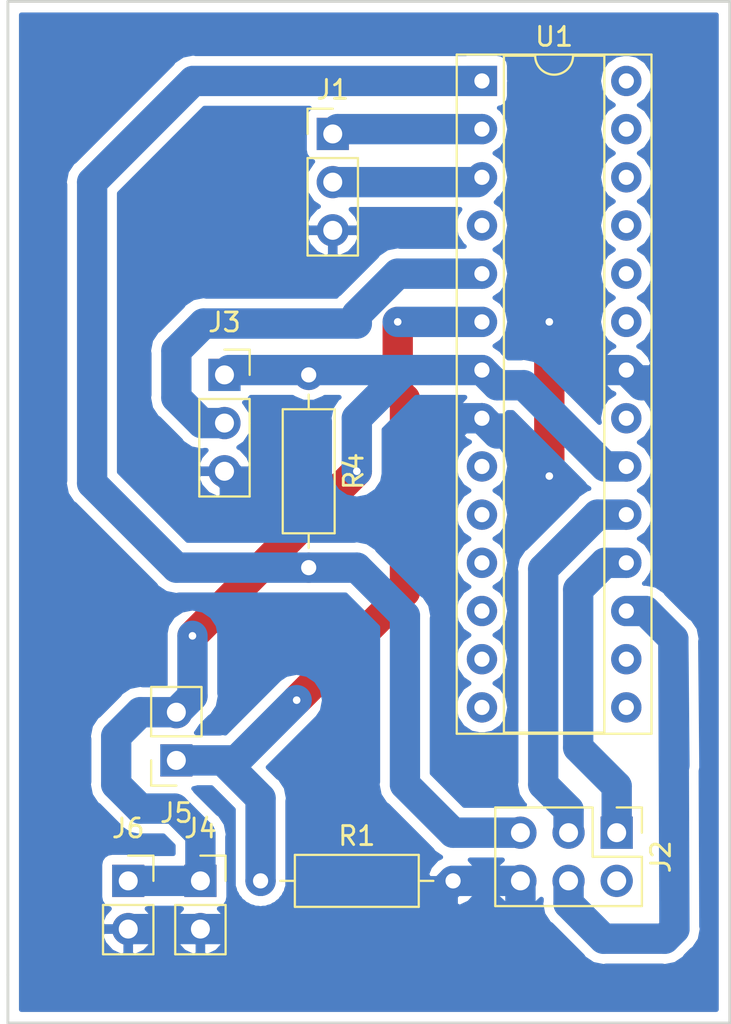
<source format=kicad_pcb>
(kicad_pcb (version 20171130) (host pcbnew 5.0.2-bee76a0~70~ubuntu16.04.1)

  (general
    (thickness 1.6)
    (drawings 10)
    (tracks 96)
    (zones 0)
    (modules 9)
    (nets 11)
  )

  (page A4)
  (layers
    (0 F.Cu signal)
    (31 B.Cu signal)
    (32 B.Adhes user)
    (33 F.Adhes user)
    (34 B.Paste user)
    (35 F.Paste user)
    (36 B.SilkS user)
    (37 F.SilkS user)
    (38 B.Mask user)
    (39 F.Mask user)
    (40 Dwgs.User user)
    (41 Cmts.User user)
    (42 Eco1.User user)
    (43 Eco2.User user)
    (44 Edge.Cuts user)
    (45 Margin user)
    (46 B.CrtYd user)
    (47 F.CrtYd user)
    (48 B.Fab user)
    (49 F.Fab user)
  )

  (setup
    (last_trace_width 1.6)
    (trace_clearance 0.2)
    (zone_clearance 0.508)
    (zone_45_only no)
    (trace_min 0.2)
    (segment_width 0.2)
    (edge_width 0.15)
    (via_size 0.8)
    (via_drill 0.4)
    (via_min_size 0.4)
    (via_min_drill 0.3)
    (uvia_size 0.3)
    (uvia_drill 0.1)
    (uvias_allowed no)
    (uvia_min_size 0.2)
    (uvia_min_drill 0.1)
    (pcb_text_width 0.3)
    (pcb_text_size 1.5 1.5)
    (mod_edge_width 0.15)
    (mod_text_size 1 1)
    (mod_text_width 0.15)
    (pad_size 1.524 1.524)
    (pad_drill 0.762)
    (pad_to_mask_clearance 0.051)
    (solder_mask_min_width 0.25)
    (aux_axis_origin 0 0)
    (visible_elements 7FFFFFFF)
    (pcbplotparams
      (layerselection 0x010fc_ffffffff)
      (usegerberextensions false)
      (usegerberattributes false)
      (usegerberadvancedattributes false)
      (creategerberjobfile false)
      (excludeedgelayer true)
      (linewidth 0.100000)
      (plotframeref false)
      (viasonmask false)
      (mode 1)
      (useauxorigin false)
      (hpglpennumber 1)
      (hpglpenspeed 20)
      (hpglpendiameter 15.000000)
      (psnegative false)
      (psa4output false)
      (plotreference true)
      (plotvalue true)
      (plotinvisibletext false)
      (padsonsilk false)
      (subtractmaskfromsilk false)
      (outputformat 1)
      (mirror false)
      (drillshape 0)
      (scaleselection 1)
      (outputdirectory "gerber/"))
  )

  (net 0 "")
  (net 1 GND)
  (net 2 MISO)
  (net 3 SCK)
  (net 4 MOSI)
  (net 5 RESET)
  (net 6 +5V)
  (net 7 LED)
  (net 8 "Net-(J5-Pad1)")
  (net 9 "Net-(J1-Pad1)")
  (net 10 "Net-(J1-Pad2)")

  (net_class Default "This is the default net class."
    (clearance 0.2)
    (trace_width 1.6)
    (via_dia 0.8)
    (via_drill 0.4)
    (uvia_dia 0.3)
    (uvia_drill 0.1)
    (add_net +5V)
    (add_net GND)
    (add_net LED)
    (add_net MISO)
    (add_net MOSI)
    (add_net "Net-(J1-Pad1)")
    (add_net "Net-(J1-Pad2)")
    (add_net "Net-(J5-Pad1)")
    (add_net RESET)
    (add_net SCK)
  )

  (module Connector_PinHeader_2.54mm:PinHeader_2x03_P2.54mm_Vertical (layer F.Cu) (tedit 5BC3281A) (tstamp 5BC33362)
    (at 44.831 56.515 270)
    (descr "Through hole straight pin header, 2x03, 2.54mm pitch, double rows")
    (tags "Through hole pin header THT 2x03 2.54mm double row")
    (path /5BB90674)
    (fp_text reference J2 (at 1.27 -2.33 270) (layer F.SilkS)
      (effects (font (size 1 1) (thickness 0.15)))
    )
    (fp_text value Conn_02x03_Odd_Even (at 1.27 7.41 270) (layer F.Fab)
      (effects (font (size 1 1) (thickness 0.15)))
    )
    (fp_line (start 0 -1.27) (end 3.81 -1.27) (layer F.Fab) (width 0.1))
    (fp_line (start 3.81 -1.27) (end 3.81 6.35) (layer F.Fab) (width 0.1))
    (fp_line (start 3.81 6.35) (end -1.27 6.35) (layer F.Fab) (width 0.1))
    (fp_line (start -1.27 6.35) (end -1.27 0) (layer F.Fab) (width 0.1))
    (fp_line (start -1.27 0) (end 0 -1.27) (layer F.Fab) (width 0.1))
    (fp_line (start -1.33 6.41) (end 3.87 6.41) (layer F.SilkS) (width 0.12))
    (fp_line (start -1.33 1.27) (end -1.33 6.41) (layer F.SilkS) (width 0.12))
    (fp_line (start 3.87 -1.33) (end 3.87 6.41) (layer F.SilkS) (width 0.12))
    (fp_line (start -1.33 1.27) (end 1.27 1.27) (layer F.SilkS) (width 0.12))
    (fp_line (start 1.27 1.27) (end 1.27 -1.33) (layer F.SilkS) (width 0.12))
    (fp_line (start 1.27 -1.33) (end 3.87 -1.33) (layer F.SilkS) (width 0.12))
    (fp_line (start -1.33 0) (end -1.33 -1.33) (layer F.SilkS) (width 0.12))
    (fp_line (start -1.33 -1.33) (end 0 -1.33) (layer F.SilkS) (width 0.12))
    (fp_line (start -1.8 -1.8) (end -1.8 6.85) (layer F.CrtYd) (width 0.05))
    (fp_line (start -1.8 6.85) (end 4.35 6.85) (layer F.CrtYd) (width 0.05))
    (fp_line (start 4.35 6.85) (end 4.35 -1.8) (layer F.CrtYd) (width 0.05))
    (fp_line (start 4.35 -1.8) (end -1.8 -1.8) (layer F.CrtYd) (width 0.05))
    (fp_text user %R (at 1.27 2.54) (layer F.Fab)
      (effects (font (size 1 1) (thickness 0.15)))
    )
    (pad 1 thru_hole rect (at 0 0 270) (size 1.7 1.7) (drill 1) (layers *.Cu *.Mask)
      (net 2 MISO))
    (pad 2 thru_hole oval (at 2.54 0 270) (size 1.7 1.7) (drill 1) (layers *.Cu *.Mask))
    (pad 3 thru_hole oval (at 0 2.54 270) (size 1.7 1.7) (drill 1) (layers *.Cu *.Mask)
      (net 3 SCK))
    (pad 4 thru_hole oval (at 2.54 2.54 270) (size 1.7 1.7) (drill 1) (layers *.Cu *.Mask)
      (net 4 MOSI))
    (pad 5 thru_hole oval (at 0 5.08 270) (size 1.7 1.7) (drill 1) (layers *.Cu *.Mask)
      (net 5 RESET))
    (pad 6 thru_hole oval (at 2.54 5.08 270) (size 1.7 1.7) (drill 1) (layers *.Cu *.Mask)
      (net 1 GND))
    (model ${KISYS3DMOD}/Connector_PinHeader_2.54mm.3dshapes/PinHeader_2x03_P2.54mm_Vertical.wrl
      (at (xyz 0 0 0))
      (scale (xyz 1 1 1))
      (rotate (xyz 0 0 0))
    )
  )

  (module Resistor_THT:R_Axial_DIN0207_L6.3mm_D2.5mm_P10.16mm_Horizontal (layer F.Cu) (tedit 5AE5139B) (tstamp 5BC34412)
    (at 26.035 59.055)
    (descr "Resistor, Axial_DIN0207 series, Axial, Horizontal, pin pitch=10.16mm, 0.25W = 1/4W, length*diameter=6.3*2.5mm^2, http://cdn-reichelt.de/documents/datenblatt/B400/1_4W%23YAG.pdf")
    (tags "Resistor Axial_DIN0207 series Axial Horizontal pin pitch 10.16mm 0.25W = 1/4W length 6.3mm diameter 2.5mm")
    (path /5C0AB08E)
    (fp_text reference R1 (at 5.08 -2.37) (layer F.SilkS)
      (effects (font (size 1 1) (thickness 0.15)))
    )
    (fp_text value 100k (at 5.08 2.37) (layer F.Fab)
      (effects (font (size 1 1) (thickness 0.15)))
    )
    (fp_line (start 1.93 -1.25) (end 1.93 1.25) (layer F.Fab) (width 0.1))
    (fp_line (start 1.93 1.25) (end 8.23 1.25) (layer F.Fab) (width 0.1))
    (fp_line (start 8.23 1.25) (end 8.23 -1.25) (layer F.Fab) (width 0.1))
    (fp_line (start 8.23 -1.25) (end 1.93 -1.25) (layer F.Fab) (width 0.1))
    (fp_line (start 0 0) (end 1.93 0) (layer F.Fab) (width 0.1))
    (fp_line (start 10.16 0) (end 8.23 0) (layer F.Fab) (width 0.1))
    (fp_line (start 1.81 -1.37) (end 1.81 1.37) (layer F.SilkS) (width 0.12))
    (fp_line (start 1.81 1.37) (end 8.35 1.37) (layer F.SilkS) (width 0.12))
    (fp_line (start 8.35 1.37) (end 8.35 -1.37) (layer F.SilkS) (width 0.12))
    (fp_line (start 8.35 -1.37) (end 1.81 -1.37) (layer F.SilkS) (width 0.12))
    (fp_line (start 1.04 0) (end 1.81 0) (layer F.SilkS) (width 0.12))
    (fp_line (start 9.12 0) (end 8.35 0) (layer F.SilkS) (width 0.12))
    (fp_line (start -1.05 -1.5) (end -1.05 1.5) (layer F.CrtYd) (width 0.05))
    (fp_line (start -1.05 1.5) (end 11.21 1.5) (layer F.CrtYd) (width 0.05))
    (fp_line (start 11.21 1.5) (end 11.21 -1.5) (layer F.CrtYd) (width 0.05))
    (fp_line (start 11.21 -1.5) (end -1.05 -1.5) (layer F.CrtYd) (width 0.05))
    (fp_text user %R (at 5.08 0 180) (layer F.Fab)
      (effects (font (size 1 1) (thickness 0.15)))
    )
    (pad 1 thru_hole circle (at 0 0) (size 1.6 1.6) (drill 0.8) (layers *.Cu *.Mask)
      (net 8 "Net-(J5-Pad1)"))
    (pad 2 thru_hole oval (at 10.16 0) (size 1.6 1.6) (drill 0.8) (layers *.Cu *.Mask)
      (net 1 GND))
    (model ${KISYS3DMOD}/Resistor_THT.3dshapes/R_Axial_DIN0207_L6.3mm_D2.5mm_P10.16mm_Horizontal.wrl
      (at (xyz 0 0 0))
      (scale (xyz 1 1 1))
      (rotate (xyz 0 0 0))
    )
  )

  (module Resistor_THT:R_Axial_DIN0207_L6.3mm_D2.5mm_P10.16mm_Horizontal (layer F.Cu) (tedit 5AE5139B) (tstamp 5C176BA3)
    (at 28.575 32.385 270)
    (descr "Resistor, Axial_DIN0207 series, Axial, Horizontal, pin pitch=10.16mm, 0.25W = 1/4W, length*diameter=6.3*2.5mm^2, http://cdn-reichelt.de/documents/datenblatt/B400/1_4W%23YAG.pdf")
    (tags "Resistor Axial_DIN0207 series Axial Horizontal pin pitch 10.16mm 0.25W = 1/4W length 6.3mm diameter 2.5mm")
    (path /5BB8F969)
    (fp_text reference R4 (at 5.08 -2.37 270) (layer F.SilkS)
      (effects (font (size 1 1) (thickness 0.15)))
    )
    (fp_text value 10k (at 5.08 2.37 270) (layer F.Fab)
      (effects (font (size 1 1) (thickness 0.15)))
    )
    (fp_text user %R (at 5.08 0 270) (layer F.Fab)
      (effects (font (size 1 1) (thickness 0.15)))
    )
    (fp_line (start 11.21 -1.5) (end -1.05 -1.5) (layer F.CrtYd) (width 0.05))
    (fp_line (start 11.21 1.5) (end 11.21 -1.5) (layer F.CrtYd) (width 0.05))
    (fp_line (start -1.05 1.5) (end 11.21 1.5) (layer F.CrtYd) (width 0.05))
    (fp_line (start -1.05 -1.5) (end -1.05 1.5) (layer F.CrtYd) (width 0.05))
    (fp_line (start 9.12 0) (end 8.35 0) (layer F.SilkS) (width 0.12))
    (fp_line (start 1.04 0) (end 1.81 0) (layer F.SilkS) (width 0.12))
    (fp_line (start 8.35 -1.37) (end 1.81 -1.37) (layer F.SilkS) (width 0.12))
    (fp_line (start 8.35 1.37) (end 8.35 -1.37) (layer F.SilkS) (width 0.12))
    (fp_line (start 1.81 1.37) (end 8.35 1.37) (layer F.SilkS) (width 0.12))
    (fp_line (start 1.81 -1.37) (end 1.81 1.37) (layer F.SilkS) (width 0.12))
    (fp_line (start 10.16 0) (end 8.23 0) (layer F.Fab) (width 0.1))
    (fp_line (start 0 0) (end 1.93 0) (layer F.Fab) (width 0.1))
    (fp_line (start 8.23 -1.25) (end 1.93 -1.25) (layer F.Fab) (width 0.1))
    (fp_line (start 8.23 1.25) (end 8.23 -1.25) (layer F.Fab) (width 0.1))
    (fp_line (start 1.93 1.25) (end 8.23 1.25) (layer F.Fab) (width 0.1))
    (fp_line (start 1.93 -1.25) (end 1.93 1.25) (layer F.Fab) (width 0.1))
    (pad 2 thru_hole oval (at 10.16 0 270) (size 1.6 1.6) (drill 0.8) (layers *.Cu *.Mask)
      (net 5 RESET))
    (pad 1 thru_hole circle (at 0 0 270) (size 1.6 1.6) (drill 0.8) (layers *.Cu *.Mask)
      (net 6 +5V))
    (model ${KISYS3DMOD}/Resistor_THT.3dshapes/R_Axial_DIN0207_L6.3mm_D2.5mm_P10.16mm_Horizontal.wrl
      (at (xyz 0 0 0))
      (scale (xyz 1 1 1))
      (rotate (xyz 0 0 0))
    )
  )

  (module Package_DIP:DIP-28_W7.62mm_Socket (layer F.Cu) (tedit 5A02E8C5) (tstamp 5BC33408)
    (at 37.719 16.891)
    (descr "28-lead though-hole mounted DIP package, row spacing 7.62 mm (300 mils), Socket")
    (tags "THT DIP DIL PDIP 2.54mm 7.62mm 300mil Socket")
    (path /5BB8CBE4)
    (fp_text reference U1 (at 3.81 -2.33) (layer F.SilkS)
      (effects (font (size 1 1) (thickness 0.15)))
    )
    (fp_text value ATMEGA8-16PU (at 3.81 35.35) (layer F.Fab)
      (effects (font (size 1 1) (thickness 0.15)))
    )
    (fp_arc (start 3.81 -1.33) (end 2.81 -1.33) (angle -180) (layer F.SilkS) (width 0.12))
    (fp_line (start 1.635 -1.27) (end 6.985 -1.27) (layer F.Fab) (width 0.1))
    (fp_line (start 6.985 -1.27) (end 6.985 34.29) (layer F.Fab) (width 0.1))
    (fp_line (start 6.985 34.29) (end 0.635 34.29) (layer F.Fab) (width 0.1))
    (fp_line (start 0.635 34.29) (end 0.635 -0.27) (layer F.Fab) (width 0.1))
    (fp_line (start 0.635 -0.27) (end 1.635 -1.27) (layer F.Fab) (width 0.1))
    (fp_line (start -1.27 -1.33) (end -1.27 34.35) (layer F.Fab) (width 0.1))
    (fp_line (start -1.27 34.35) (end 8.89 34.35) (layer F.Fab) (width 0.1))
    (fp_line (start 8.89 34.35) (end 8.89 -1.33) (layer F.Fab) (width 0.1))
    (fp_line (start 8.89 -1.33) (end -1.27 -1.33) (layer F.Fab) (width 0.1))
    (fp_line (start 2.81 -1.33) (end 1.16 -1.33) (layer F.SilkS) (width 0.12))
    (fp_line (start 1.16 -1.33) (end 1.16 34.35) (layer F.SilkS) (width 0.12))
    (fp_line (start 1.16 34.35) (end 6.46 34.35) (layer F.SilkS) (width 0.12))
    (fp_line (start 6.46 34.35) (end 6.46 -1.33) (layer F.SilkS) (width 0.12))
    (fp_line (start 6.46 -1.33) (end 4.81 -1.33) (layer F.SilkS) (width 0.12))
    (fp_line (start -1.33 -1.39) (end -1.33 34.41) (layer F.SilkS) (width 0.12))
    (fp_line (start -1.33 34.41) (end 8.95 34.41) (layer F.SilkS) (width 0.12))
    (fp_line (start 8.95 34.41) (end 8.95 -1.39) (layer F.SilkS) (width 0.12))
    (fp_line (start 8.95 -1.39) (end -1.33 -1.39) (layer F.SilkS) (width 0.12))
    (fp_line (start -1.55 -1.6) (end -1.55 34.65) (layer F.CrtYd) (width 0.05))
    (fp_line (start -1.55 34.65) (end 9.15 34.65) (layer F.CrtYd) (width 0.05))
    (fp_line (start 9.15 34.65) (end 9.15 -1.6) (layer F.CrtYd) (width 0.05))
    (fp_line (start 9.15 -1.6) (end -1.55 -1.6) (layer F.CrtYd) (width 0.05))
    (fp_text user %R (at 3.81 16.51) (layer F.Fab)
      (effects (font (size 1 1) (thickness 0.15)))
    )
    (pad 1 thru_hole rect (at 0 0) (size 1.6 1.6) (drill 0.8) (layers *.Cu *.Mask)
      (net 5 RESET))
    (pad 15 thru_hole oval (at 7.62 33.02) (size 1.6 1.6) (drill 0.8) (layers *.Cu *.Mask))
    (pad 2 thru_hole oval (at 0 2.54) (size 1.6 1.6) (drill 0.8) (layers *.Cu *.Mask)
      (net 9 "Net-(J1-Pad1)"))
    (pad 16 thru_hole oval (at 7.62 30.48) (size 1.6 1.6) (drill 0.8) (layers *.Cu *.Mask))
    (pad 3 thru_hole oval (at 0 5.08) (size 1.6 1.6) (drill 0.8) (layers *.Cu *.Mask)
      (net 10 "Net-(J1-Pad2)"))
    (pad 17 thru_hole oval (at 7.62 27.94) (size 1.6 1.6) (drill 0.8) (layers *.Cu *.Mask)
      (net 4 MOSI))
    (pad 4 thru_hole oval (at 0 7.62) (size 1.6 1.6) (drill 0.8) (layers *.Cu *.Mask))
    (pad 18 thru_hole oval (at 7.62 25.4) (size 1.6 1.6) (drill 0.8) (layers *.Cu *.Mask)
      (net 2 MISO))
    (pad 5 thru_hole oval (at 0 10.16) (size 1.6 1.6) (drill 0.8) (layers *.Cu *.Mask)
      (net 7 LED))
    (pad 19 thru_hole oval (at 7.62 22.86) (size 1.6 1.6) (drill 0.8) (layers *.Cu *.Mask)
      (net 3 SCK))
    (pad 6 thru_hole oval (at 0 12.7) (size 1.6 1.6) (drill 0.8) (layers *.Cu *.Mask)
      (net 8 "Net-(J5-Pad1)"))
    (pad 20 thru_hole oval (at 7.62 20.32) (size 1.6 1.6) (drill 0.8) (layers *.Cu *.Mask)
      (net 6 +5V))
    (pad 7 thru_hole oval (at 0 15.24) (size 1.6 1.6) (drill 0.8) (layers *.Cu *.Mask)
      (net 6 +5V))
    (pad 21 thru_hole oval (at 7.62 17.78) (size 1.6 1.6) (drill 0.8) (layers *.Cu *.Mask))
    (pad 8 thru_hole oval (at 0 17.78) (size 1.6 1.6) (drill 0.8) (layers *.Cu *.Mask)
      (net 1 GND))
    (pad 22 thru_hole oval (at 7.62 15.24) (size 1.6 1.6) (drill 0.8) (layers *.Cu *.Mask)
      (net 1 GND))
    (pad 9 thru_hole oval (at 0 20.32) (size 1.6 1.6) (drill 0.8) (layers *.Cu *.Mask))
    (pad 23 thru_hole oval (at 7.62 12.7) (size 1.6 1.6) (drill 0.8) (layers *.Cu *.Mask))
    (pad 10 thru_hole oval (at 0 22.86) (size 1.6 1.6) (drill 0.8) (layers *.Cu *.Mask))
    (pad 24 thru_hole oval (at 7.62 10.16) (size 1.6 1.6) (drill 0.8) (layers *.Cu *.Mask))
    (pad 11 thru_hole oval (at 0 25.4) (size 1.6 1.6) (drill 0.8) (layers *.Cu *.Mask))
    (pad 25 thru_hole oval (at 7.62 7.62) (size 1.6 1.6) (drill 0.8) (layers *.Cu *.Mask))
    (pad 12 thru_hole oval (at 0 27.94) (size 1.6 1.6) (drill 0.8) (layers *.Cu *.Mask))
    (pad 26 thru_hole oval (at 7.62 5.08) (size 1.6 1.6) (drill 0.8) (layers *.Cu *.Mask))
    (pad 13 thru_hole oval (at 0 30.48) (size 1.6 1.6) (drill 0.8) (layers *.Cu *.Mask))
    (pad 27 thru_hole oval (at 7.62 2.54) (size 1.6 1.6) (drill 0.8) (layers *.Cu *.Mask))
    (pad 14 thru_hole oval (at 0 33.02) (size 1.6 1.6) (drill 0.8) (layers *.Cu *.Mask))
    (pad 28 thru_hole oval (at 7.62 0) (size 1.6 1.6) (drill 0.8) (layers *.Cu *.Mask))
    (model ${KISYS3DMOD}/Package_DIP.3dshapes/DIP-28_W7.62mm_Socket.wrl
      (at (xyz 0 0 0))
      (scale (xyz 1 1 1))
      (rotate (xyz 0 0 0))
    )
  )

  (module Connector_PinSocket_2.54mm:PinSocket_1x03_P2.54mm_Vertical (layer F.Cu) (tedit 5A19A429) (tstamp 5C176061)
    (at 24.13 32.385)
    (descr "Through hole straight socket strip, 1x03, 2.54mm pitch, single row (from Kicad 4.0.7), script generated")
    (tags "Through hole socket strip THT 1x03 2.54mm single row")
    (path /5C084B83)
    (fp_text reference J3 (at 0 -2.77) (layer F.SilkS)
      (effects (font (size 1 1) (thickness 0.15)))
    )
    (fp_text value Conn_01x03 (at 0 7.85) (layer F.Fab)
      (effects (font (size 1 1) (thickness 0.15)))
    )
    (fp_line (start -1.27 -1.27) (end 0.635 -1.27) (layer F.Fab) (width 0.1))
    (fp_line (start 0.635 -1.27) (end 1.27 -0.635) (layer F.Fab) (width 0.1))
    (fp_line (start 1.27 -0.635) (end 1.27 6.35) (layer F.Fab) (width 0.1))
    (fp_line (start 1.27 6.35) (end -1.27 6.35) (layer F.Fab) (width 0.1))
    (fp_line (start -1.27 6.35) (end -1.27 -1.27) (layer F.Fab) (width 0.1))
    (fp_line (start -1.33 1.27) (end 1.33 1.27) (layer F.SilkS) (width 0.12))
    (fp_line (start -1.33 1.27) (end -1.33 6.41) (layer F.SilkS) (width 0.12))
    (fp_line (start -1.33 6.41) (end 1.33 6.41) (layer F.SilkS) (width 0.12))
    (fp_line (start 1.33 1.27) (end 1.33 6.41) (layer F.SilkS) (width 0.12))
    (fp_line (start 1.33 -1.33) (end 1.33 0) (layer F.SilkS) (width 0.12))
    (fp_line (start 0 -1.33) (end 1.33 -1.33) (layer F.SilkS) (width 0.12))
    (fp_line (start -1.8 -1.8) (end 1.75 -1.8) (layer F.CrtYd) (width 0.05))
    (fp_line (start 1.75 -1.8) (end 1.75 6.85) (layer F.CrtYd) (width 0.05))
    (fp_line (start 1.75 6.85) (end -1.8 6.85) (layer F.CrtYd) (width 0.05))
    (fp_line (start -1.8 6.85) (end -1.8 -1.8) (layer F.CrtYd) (width 0.05))
    (fp_text user %R (at 0 2.54 90) (layer F.Fab)
      (effects (font (size 1 1) (thickness 0.15)))
    )
    (pad 1 thru_hole rect (at 0 0) (size 1.7 1.7) (drill 1) (layers *.Cu *.Mask)
      (net 6 +5V))
    (pad 2 thru_hole oval (at 0 2.54) (size 1.7 1.7) (drill 1) (layers *.Cu *.Mask)
      (net 7 LED))
    (pad 3 thru_hole oval (at 0 5.08) (size 1.7 1.7) (drill 1) (layers *.Cu *.Mask)
      (net 1 GND))
    (model ${KISYS3DMOD}/Connector_PinSocket_2.54mm.3dshapes/PinSocket_1x03_P2.54mm_Vertical.wrl
      (at (xyz 0 0 0))
      (scale (xyz 1 1 1))
      (rotate (xyz 0 0 0))
    )
  )

  (module Connector_PinSocket_2.54mm:PinSocket_1x02_P2.54mm_Vertical (layer F.Cu) (tedit 5A19A420) (tstamp 5C1763EA)
    (at 22.86 59.055)
    (descr "Through hole straight socket strip, 1x02, 2.54mm pitch, single row (from Kicad 4.0.7), script generated")
    (tags "Through hole socket strip THT 1x02 2.54mm single row")
    (path /5C084590)
    (fp_text reference J4 (at 0 -2.77) (layer F.SilkS)
      (effects (font (size 1 1) (thickness 0.15)))
    )
    (fp_text value Conn_01x02_Male (at 0 5.31) (layer F.Fab)
      (effects (font (size 1 1) (thickness 0.15)))
    )
    (fp_line (start -1.27 -1.27) (end 0.635 -1.27) (layer F.Fab) (width 0.1))
    (fp_line (start 0.635 -1.27) (end 1.27 -0.635) (layer F.Fab) (width 0.1))
    (fp_line (start 1.27 -0.635) (end 1.27 3.81) (layer F.Fab) (width 0.1))
    (fp_line (start 1.27 3.81) (end -1.27 3.81) (layer F.Fab) (width 0.1))
    (fp_line (start -1.27 3.81) (end -1.27 -1.27) (layer F.Fab) (width 0.1))
    (fp_line (start -1.33 1.27) (end 1.33 1.27) (layer F.SilkS) (width 0.12))
    (fp_line (start -1.33 1.27) (end -1.33 3.87) (layer F.SilkS) (width 0.12))
    (fp_line (start -1.33 3.87) (end 1.33 3.87) (layer F.SilkS) (width 0.12))
    (fp_line (start 1.33 1.27) (end 1.33 3.87) (layer F.SilkS) (width 0.12))
    (fp_line (start 1.33 -1.33) (end 1.33 0) (layer F.SilkS) (width 0.12))
    (fp_line (start 0 -1.33) (end 1.33 -1.33) (layer F.SilkS) (width 0.12))
    (fp_line (start -1.8 -1.8) (end 1.75 -1.8) (layer F.CrtYd) (width 0.05))
    (fp_line (start 1.75 -1.8) (end 1.75 4.3) (layer F.CrtYd) (width 0.05))
    (fp_line (start 1.75 4.3) (end -1.8 4.3) (layer F.CrtYd) (width 0.05))
    (fp_line (start -1.8 4.3) (end -1.8 -1.8) (layer F.CrtYd) (width 0.05))
    (fp_text user %R (at 0 1.27 90) (layer F.Fab)
      (effects (font (size 1 1) (thickness 0.15)))
    )
    (pad 1 thru_hole rect (at 0 0) (size 1.7 1.7) (drill 1) (layers *.Cu *.Mask)
      (net 6 +5V))
    (pad 2 thru_hole oval (at 0 2.54) (size 1.7 1.7) (drill 1) (layers *.Cu *.Mask)
      (net 1 GND))
    (model ${KISYS3DMOD}/Connector_PinSocket_2.54mm.3dshapes/PinSocket_1x02_P2.54mm_Vertical.wrl
      (at (xyz 0 0 0))
      (scale (xyz 1 1 1))
      (rotate (xyz 0 0 0))
    )
  )

  (module Connector_PinSocket_2.54mm:PinSocket_1x02_P2.54mm_Vertical (layer F.Cu) (tedit 5A19A420) (tstamp 5C17608D)
    (at 21.59 52.705 180)
    (descr "Through hole straight socket strip, 1x02, 2.54mm pitch, single row (from Kicad 4.0.7), script generated")
    (tags "Through hole socket strip THT 1x02 2.54mm single row")
    (path /5C0AAC9D)
    (fp_text reference J5 (at 0 -2.77 180) (layer F.SilkS)
      (effects (font (size 1 1) (thickness 0.15)))
    )
    (fp_text value Conn_01x02_Male (at 0 5.31 180) (layer F.Fab)
      (effects (font (size 1 1) (thickness 0.15)))
    )
    (fp_text user %R (at 0 1.27 270) (layer F.Fab)
      (effects (font (size 1 1) (thickness 0.15)))
    )
    (fp_line (start -1.8 4.3) (end -1.8 -1.8) (layer F.CrtYd) (width 0.05))
    (fp_line (start 1.75 4.3) (end -1.8 4.3) (layer F.CrtYd) (width 0.05))
    (fp_line (start 1.75 -1.8) (end 1.75 4.3) (layer F.CrtYd) (width 0.05))
    (fp_line (start -1.8 -1.8) (end 1.75 -1.8) (layer F.CrtYd) (width 0.05))
    (fp_line (start 0 -1.33) (end 1.33 -1.33) (layer F.SilkS) (width 0.12))
    (fp_line (start 1.33 -1.33) (end 1.33 0) (layer F.SilkS) (width 0.12))
    (fp_line (start 1.33 1.27) (end 1.33 3.87) (layer F.SilkS) (width 0.12))
    (fp_line (start -1.33 3.87) (end 1.33 3.87) (layer F.SilkS) (width 0.12))
    (fp_line (start -1.33 1.27) (end -1.33 3.87) (layer F.SilkS) (width 0.12))
    (fp_line (start -1.33 1.27) (end 1.33 1.27) (layer F.SilkS) (width 0.12))
    (fp_line (start -1.27 3.81) (end -1.27 -1.27) (layer F.Fab) (width 0.1))
    (fp_line (start 1.27 3.81) (end -1.27 3.81) (layer F.Fab) (width 0.1))
    (fp_line (start 1.27 -0.635) (end 1.27 3.81) (layer F.Fab) (width 0.1))
    (fp_line (start 0.635 -1.27) (end 1.27 -0.635) (layer F.Fab) (width 0.1))
    (fp_line (start -1.27 -1.27) (end 0.635 -1.27) (layer F.Fab) (width 0.1))
    (pad 2 thru_hole oval (at 0 2.54 180) (size 1.7 1.7) (drill 1) (layers *.Cu *.Mask)
      (net 6 +5V))
    (pad 1 thru_hole rect (at 0 0 180) (size 1.7 1.7) (drill 1) (layers *.Cu *.Mask)
      (net 8 "Net-(J5-Pad1)"))
    (model ${KISYS3DMOD}/Connector_PinSocket_2.54mm.3dshapes/PinSocket_1x02_P2.54mm_Vertical.wrl
      (at (xyz 0 0 0))
      (scale (xyz 1 1 1))
      (rotate (xyz 0 0 0))
    )
  )

  (module Connector_PinSocket_2.54mm:PinSocket_1x02_P2.54mm_Vertical (layer F.Cu) (tedit 5A19A420) (tstamp 5C233F8C)
    (at 19.049888 59.055)
    (descr "Through hole straight socket strip, 1x02, 2.54mm pitch, single row (from Kicad 4.0.7), script generated")
    (tags "Through hole socket strip THT 1x02 2.54mm single row")
    (path /5C0AD11F)
    (fp_text reference J6 (at 0 -2.77) (layer F.SilkS)
      (effects (font (size 1 1) (thickness 0.15)))
    )
    (fp_text value Conn_01x02_Male (at 0 5.31) (layer F.Fab)
      (effects (font (size 1 1) (thickness 0.15)))
    )
    (fp_line (start -1.27 -1.27) (end 0.635 -1.27) (layer F.Fab) (width 0.1))
    (fp_line (start 0.635 -1.27) (end 1.27 -0.635) (layer F.Fab) (width 0.1))
    (fp_line (start 1.27 -0.635) (end 1.27 3.81) (layer F.Fab) (width 0.1))
    (fp_line (start 1.27 3.81) (end -1.27 3.81) (layer F.Fab) (width 0.1))
    (fp_line (start -1.27 3.81) (end -1.27 -1.27) (layer F.Fab) (width 0.1))
    (fp_line (start -1.33 1.27) (end 1.33 1.27) (layer F.SilkS) (width 0.12))
    (fp_line (start -1.33 1.27) (end -1.33 3.87) (layer F.SilkS) (width 0.12))
    (fp_line (start -1.33 3.87) (end 1.33 3.87) (layer F.SilkS) (width 0.12))
    (fp_line (start 1.33 1.27) (end 1.33 3.87) (layer F.SilkS) (width 0.12))
    (fp_line (start 1.33 -1.33) (end 1.33 0) (layer F.SilkS) (width 0.12))
    (fp_line (start 0 -1.33) (end 1.33 -1.33) (layer F.SilkS) (width 0.12))
    (fp_line (start -1.8 -1.8) (end 1.75 -1.8) (layer F.CrtYd) (width 0.05))
    (fp_line (start 1.75 -1.8) (end 1.75 4.3) (layer F.CrtYd) (width 0.05))
    (fp_line (start 1.75 4.3) (end -1.8 4.3) (layer F.CrtYd) (width 0.05))
    (fp_line (start -1.8 4.3) (end -1.8 -1.8) (layer F.CrtYd) (width 0.05))
    (fp_text user %R (at 0 1.27 90) (layer F.Fab)
      (effects (font (size 1 1) (thickness 0.15)))
    )
    (pad 1 thru_hole rect (at 0 0) (size 1.7 1.7) (drill 1) (layers *.Cu *.Mask)
      (net 6 +5V))
    (pad 2 thru_hole oval (at 0 2.54) (size 1.7 1.7) (drill 1) (layers *.Cu *.Mask)
      (net 1 GND))
    (model ${KISYS3DMOD}/Connector_PinSocket_2.54mm.3dshapes/PinSocket_1x02_P2.54mm_Vertical.wrl
      (at (xyz 0 0 0))
      (scale (xyz 1 1 1))
      (rotate (xyz 0 0 0))
    )
  )

  (module Connector_PinHeader_2.54mm:PinHeader_1x03_P2.54mm_Vertical (layer F.Cu) (tedit 59FED5CC) (tstamp 5C17B303)
    (at 29.845 19.685)
    (descr "Through hole straight pin header, 1x03, 2.54mm pitch, single row")
    (tags "Through hole pin header THT 1x03 2.54mm single row")
    (path /5C0B1DA3)
    (fp_text reference J1 (at 0 -2.33) (layer F.SilkS)
      (effects (font (size 1 1) (thickness 0.15)))
    )
    (fp_text value Conn_01x03_Female (at 0 7.41) (layer F.Fab)
      (effects (font (size 1 1) (thickness 0.15)))
    )
    (fp_line (start -0.635 -1.27) (end 1.27 -1.27) (layer F.Fab) (width 0.1))
    (fp_line (start 1.27 -1.27) (end 1.27 6.35) (layer F.Fab) (width 0.1))
    (fp_line (start 1.27 6.35) (end -1.27 6.35) (layer F.Fab) (width 0.1))
    (fp_line (start -1.27 6.35) (end -1.27 -0.635) (layer F.Fab) (width 0.1))
    (fp_line (start -1.27 -0.635) (end -0.635 -1.27) (layer F.Fab) (width 0.1))
    (fp_line (start -1.33 6.41) (end 1.33 6.41) (layer F.SilkS) (width 0.12))
    (fp_line (start -1.33 1.27) (end -1.33 6.41) (layer F.SilkS) (width 0.12))
    (fp_line (start 1.33 1.27) (end 1.33 6.41) (layer F.SilkS) (width 0.12))
    (fp_line (start -1.33 1.27) (end 1.33 1.27) (layer F.SilkS) (width 0.12))
    (fp_line (start -1.33 0) (end -1.33 -1.33) (layer F.SilkS) (width 0.12))
    (fp_line (start -1.33 -1.33) (end 0 -1.33) (layer F.SilkS) (width 0.12))
    (fp_line (start -1.8 -1.8) (end -1.8 6.85) (layer F.CrtYd) (width 0.05))
    (fp_line (start -1.8 6.85) (end 1.8 6.85) (layer F.CrtYd) (width 0.05))
    (fp_line (start 1.8 6.85) (end 1.8 -1.8) (layer F.CrtYd) (width 0.05))
    (fp_line (start 1.8 -1.8) (end -1.8 -1.8) (layer F.CrtYd) (width 0.05))
    (fp_text user %R (at 0 2.54 90) (layer F.Fab)
      (effects (font (size 1 1) (thickness 0.15)))
    )
    (pad 1 thru_hole rect (at 0 0) (size 1.7 1.7) (drill 1) (layers *.Cu *.Mask)
      (net 9 "Net-(J1-Pad1)"))
    (pad 2 thru_hole oval (at 0 2.54) (size 1.7 1.7) (drill 1) (layers *.Cu *.Mask)
      (net 10 "Net-(J1-Pad2)"))
    (pad 3 thru_hole oval (at 0 5.08) (size 1.7 1.7) (drill 1) (layers *.Cu *.Mask)
      (net 1 GND))
    (model ${KISYS3DMOD}/Connector_PinHeader_2.54mm.3dshapes/PinHeader_1x03_P2.54mm_Vertical.wrl
      (at (xyz 0 0 0))
      (scale (xyz 1 1 1))
      (rotate (xyz 0 0 0))
    )
  )

  (gr_text "5V\nGND" (at 17.78 60.325) (layer Eco2.User) (tstamp 5C17B588)
    (effects (font (size 1.5 1.5) (thickness 0.25)) (justify right))
  )
  (gr_text Button (at 18.415 52.07 90) (layer Eco2.User) (tstamp 5C17B581)
    (effects (font (size 1 1) (thickness 0.25)))
  )
  (gr_text "5V\nWS2812\nGND" (at 21.59 34.925) (layer Eco2.User) (tstamp 5C17B570)
    (effects (font (size 1 1) (thickness 0.25)) (justify right))
  )
  (gr_text JTAG (at 42.291 62.103) (layer Eco2.User)
    (effects (font (size 1.5 1.5) (thickness 0.3)))
  )
  (gr_text "GND TX RX" (at 26.67 22.86 90) (layer Eco2.User)
    (effects (font (size 1 1) (thickness 0.25)))
  )
  (gr_line (start 50.8 12.7) (end 12.7 12.7) (layer Edge.Cuts) (width 0.15))
  (gr_line (start 50.8 66.548) (end 50.8 12.7) (layer Edge.Cuts) (width 0.15))
  (gr_line (start 12.7 66.548) (end 50.8 66.548) (layer Edge.Cuts) (width 0.15))
  (gr_line (start 12.7 66.548) (end 12.7 64.008) (layer Edge.Cuts) (width 0.15))
  (gr_line (start 12.7 12.7) (end 12.7 64.008) (layer Edge.Cuts) (width 0.15))

  (segment (start 36.195 59.055) (end 39.751 59.055) (width 1.6) (layer B.Cu) (net 1) (status 20))
  (via (at 41.275 37.719) (size 0.8) (drill 0.4) (layers F.Cu B.Cu) (net 1))
  (segment (start 39.026999 35.470999) (end 41.275 37.719) (width 1.6) (layer B.Cu) (net 1))
  (segment (start 37.719 34.671) (end 38.518999 35.470999) (width 1.6) (layer B.Cu) (net 1) (status 30))
  (segment (start 38.518999 35.470999) (end 39.026999 35.470999) (width 1.6) (layer B.Cu) (net 1) (status 10))
  (segment (start 41.275 37.719) (end 41.275 29.591) (width 1.6) (layer F.Cu) (net 1))
  (via (at 41.275 29.591) (size 0.8) (drill 0.4) (layers F.Cu B.Cu) (net 1))
  (segment (start 43.815 32.131) (end 45.339 32.131) (width 1.6) (layer B.Cu) (net 1) (status 20))
  (segment (start 41.275 29.591) (end 43.815 32.131) (width 1.6) (layer B.Cu) (net 1))
  (segment (start 33.655 61.595) (end 36.195 59.055) (width 1.6) (layer B.Cu) (net 1))
  (segment (start 22.86 61.595) (end 33.655 61.595) (width 1.6) (layer B.Cu) (net 1))
  (segment (start 24.13 37.465) (end 26.67 40.005) (width 1.6) (layer B.Cu) (net 1))
  (segment (start 26.67 40.005) (end 31.75 40.005) (width 1.6) (layer B.Cu) (net 1))
  (segment (start 31.75 40.005) (end 34.925 36.83) (width 1.6) (layer B.Cu) (net 1))
  (segment (start 36.58763 34.671) (end 37.719 34.671) (width 1.6) (layer B.Cu) (net 1))
  (segment (start 34.925 36.33363) (end 36.58763 34.671) (width 1.6) (layer B.Cu) (net 1))
  (segment (start 34.925 36.83) (end 34.925 36.33363) (width 1.6) (layer B.Cu) (net 1))
  (segment (start 46.138999 32.930999) (end 46.900999 32.930999) (width 1.6) (layer B.Cu) (net 1))
  (segment (start 45.339 32.131) (end 46.138999 32.930999) (width 1.6) (layer B.Cu) (net 1))
  (segment (start 39.751 60.257081) (end 39.751 59.055) (width 1.6) (layer B.Cu) (net 1))
  (segment (start 19.05 61.595) (end 22.86 61.595) (width 1.6) (layer B.Cu) (net 1))
  (segment (start 44.831 54.065) (end 42.799 52.033) (width 1.6) (layer B.Cu) (net 2))
  (segment (start 44.831 56.515) (end 44.831 54.065) (width 1.6) (layer B.Cu) (net 2) (status 10))
  (segment (start 44.20763 42.291) (end 45.339 42.291) (width 1.6) (layer B.Cu) (net 2) (status 20))
  (segment (start 42.799 43.69963) (end 44.20763 42.291) (width 1.6) (layer B.Cu) (net 2))
  (segment (start 42.799 52.033) (end 42.799 43.69963) (width 1.6) (layer B.Cu) (net 2))
  (segment (start 40.953081 53.975) (end 40.953081 42.612919) (width 1.6) (layer B.Cu) (net 3))
  (segment (start 42.291 56.515) (end 42.291 55.312919) (width 1.6) (layer B.Cu) (net 3) (status 10))
  (segment (start 43.815 39.751) (end 45.339 39.751) (width 1.6) (layer B.Cu) (net 3) (status 20))
  (segment (start 40.953081 42.612919) (end 43.815 39.751) (width 1.6) (layer B.Cu) (net 3))
  (segment (start 42.291 55.312919) (end 40.953081 53.975) (width 1.6) (layer B.Cu) (net 3))
  (segment (start 47.879 61.595) (end 47.371 62.103) (width 1.6) (layer B.Cu) (net 4))
  (segment (start 47.371 62.103) (end 44.136919 62.103) (width 1.6) (layer B.Cu) (net 4))
  (segment (start 44.136919 62.103) (end 42.291 60.257081) (width 1.6) (layer B.Cu) (net 4))
  (segment (start 45.339 44.831) (end 46.355 44.831) (width 1.6) (layer B.Cu) (net 4) (status 10))
  (segment (start 47.879 52.959) (end 47.81999 46.29599) (width 1.6) (layer B.Cu) (net 4))
  (segment (start 46.355 44.831) (end 47.81999 46.29599) (width 1.6) (layer B.Cu) (net 4))
  (segment (start 47.81999 46.29599) (end 47.879 61.595) (width 1.6) (layer B.Cu) (net 4))
  (segment (start 42.291 60.257081) (end 42.291 59.055) (width 1.6) (layer B.Cu) (net 4) (status 20))
  (segment (start 36.195 56.515) (end 39.751 56.515) (width 1.6) (layer B.Cu) (net 5))
  (segment (start 33.655 53.975) (end 36.195 56.515) (width 1.6) (layer B.Cu) (net 5))
  (segment (start 33.655 45.085) (end 33.655 53.975) (width 1.6) (layer B.Cu) (net 5))
  (segment (start 31.115 42.545) (end 33.655 45.085) (width 1.6) (layer B.Cu) (net 5))
  (segment (start 21.59 42.545) (end 31.115 42.545) (width 1.6) (layer B.Cu) (net 5))
  (segment (start 17.145 38.1) (end 21.59 42.545) (width 1.6) (layer B.Cu) (net 5))
  (segment (start 17.145 22.225) (end 17.145 38.1) (width 1.6) (layer B.Cu) (net 5))
  (segment (start 22.479 16.891) (end 17.145 22.225) (width 1.6) (layer B.Cu) (net 5))
  (segment (start 37.719 16.891) (end 22.479 16.891) (width 1.6) (layer B.Cu) (net 5))
  (segment (start 44.20763 37.211) (end 45.339 37.211) (width 1.6) (layer B.Cu) (net 6) (status 20))
  (segment (start 39.927629 32.930999) (end 44.20763 37.211) (width 1.6) (layer B.Cu) (net 6))
  (segment (start 38.518999 32.930999) (end 39.927629 32.930999) (width 1.6) (layer B.Cu) (net 6) (status 10))
  (segment (start 37.719 32.131) (end 38.518999 32.930999) (width 1.6) (layer B.Cu) (net 6) (status 30))
  (segment (start 24.384 32.131) (end 24.13 32.385) (width 1.6) (layer B.Cu) (net 6))
  (segment (start 22.86 56.605) (end 21.5 55.245) (width 1.6) (layer B.Cu) (net 6))
  (segment (start 22.86 59.055) (end 22.86 56.605) (width 1.6) (layer B.Cu) (net 6))
  (segment (start 21.5 55.245) (end 19.685 55.245) (width 1.6) (layer B.Cu) (net 6))
  (segment (start 19.685 55.245) (end 18.415 53.975) (width 1.6) (layer B.Cu) (net 6))
  (segment (start 18.415 53.975) (end 18.415 51.435) (width 1.6) (layer B.Cu) (net 6))
  (segment (start 19.685 50.165) (end 21.59 50.165) (width 1.6) (layer B.Cu) (net 6))
  (segment (start 18.415 51.435) (end 19.685 50.165) (width 1.6) (layer B.Cu) (net 6))
  (segment (start 22.439999 49.315001) (end 22.439999 46.140001) (width 1.6) (layer B.Cu) (net 6))
  (segment (start 21.59 50.165) (end 22.439999 49.315001) (width 1.6) (layer B.Cu) (net 6))
  (via (at 22.439999 46.140001) (size 0.8) (drill 0.4) (layers F.Cu B.Cu) (net 6))
  (segment (start 33.655 32.131) (end 24.384 32.131) (width 1.6) (layer B.Cu) (net 6))
  (segment (start 22.439999 46.140001) (end 31.115 37.465) (width 1.6) (layer F.Cu) (net 6))
  (segment (start 31.115 37.465) (end 31.115 37.465) (width 1.6) (layer F.Cu) (net 6) (tstamp 5C17685E))
  (via (at 31.115 37.465) (size 0.8) (drill 0.4) (layers F.Cu B.Cu) (net 6))
  (segment (start 31.115 34.671) (end 33.655 32.131) (width 1.6) (layer B.Cu) (net 6))
  (segment (start 31.115 37.465) (end 31.115 34.671) (width 1.6) (layer B.Cu) (net 6))
  (segment (start 37.719 32.131) (end 34.925 32.131) (width 1.6) (layer B.Cu) (net 6))
  (segment (start 34.925 32.131) (end 33.655 32.131) (width 1.6) (layer B.Cu) (net 6))
  (segment (start 19.05 59.055) (end 22.86 59.055) (width 1.6) (layer B.Cu) (net 6))
  (segment (start 33.268402 27.051) (end 37.719 27.051) (width 1.6) (layer B.Cu) (net 7))
  (segment (start 31.115 29.204402) (end 33.268402 27.051) (width 1.6) (layer B.Cu) (net 7))
  (segment (start 31.115 29.677998) (end 31.115 29.204402) (width 1.6) (layer B.Cu) (net 7))
  (segment (start 23.027002 29.677998) (end 31.115 29.677998) (width 1.6) (layer B.Cu) (net 7))
  (segment (start 24.13 34.925) (end 22.927919 34.925) (width 1.6) (layer B.Cu) (net 7))
  (segment (start 22.927919 34.925) (end 21.59 33.587081) (width 1.6) (layer B.Cu) (net 7))
  (segment (start 21.59 33.587081) (end 21.59 31.115) (width 1.6) (layer B.Cu) (net 7))
  (segment (start 21.59 31.115) (end 23.027002 29.677998) (width 1.6) (layer B.Cu) (net 7))
  (segment (start 24.04 52.705) (end 26.035 54.7) (width 1.6) (layer B.Cu) (net 8))
  (segment (start 21.59 52.705) (end 24.04 52.705) (width 1.6) (layer B.Cu) (net 8))
  (segment (start 26.035 54.7) (end 26.035 59.055) (width 1.6) (layer B.Cu) (net 8))
  (via (at 33.274 29.591) (size 0.8) (drill 0.4) (layers F.Cu B.Cu) (net 8))
  (segment (start 33.274 29.591) (end 33.274 33.274) (width 1.6) (layer F.Cu) (net 8))
  (segment (start 33.274 33.274) (end 33.655 33.655) (width 1.6) (layer F.Cu) (net 8))
  (segment (start 33.655 33.655) (end 33.655 43.815) (width 1.6) (layer F.Cu) (net 8))
  (segment (start 33.655 43.815) (end 27.94 49.53) (width 1.6) (layer F.Cu) (net 8))
  (via (at 27.94 49.53) (size 0.8) (drill 0.4) (layers F.Cu B.Cu) (net 8))
  (segment (start 24.765 52.705) (end 21.59 52.705) (width 1.6) (layer B.Cu) (net 8))
  (segment (start 27.94 49.53) (end 24.765 52.705) (width 1.6) (layer B.Cu) (net 8))
  (segment (start 33.274 29.591) (end 37.719 29.591) (width 1.6) (layer B.Cu) (net 8))
  (segment (start 30.099 19.431) (end 29.845 19.685) (width 1.6) (layer B.Cu) (net 9))
  (segment (start 37.719 19.431) (end 30.099 19.431) (width 1.6) (layer B.Cu) (net 9))
  (segment (start 37.465 22.225) (end 37.719 21.971) (width 1.6) (layer B.Cu) (net 10))
  (segment (start 29.845 22.225) (end 37.465 22.225) (width 1.6) (layer B.Cu) (net 10))

  (zone (net 1) (net_name GND) (layer B.Cu) (tstamp 0) (hatch edge 0.508)
    (connect_pads (clearance 0.508))
    (min_thickness 0.254)
    (fill yes (arc_segments 16) (thermal_gap 0.508) (thermal_bridge_width 0.508))
    (polygon
      (pts
        (xy 13.208 13.208) (xy 50.292 13.208) (xy 50.292 66.04) (xy 13.208 66.04)
      )
    )
    (filled_polygon
      (pts
        (xy 50.09 65.838) (xy 13.41 65.838) (xy 13.41 61.95189) (xy 17.608412 61.95189) (xy 17.778243 62.361924)
        (xy 18.16853 62.790183) (xy 18.692996 63.036486) (xy 18.922888 62.915819) (xy 18.922888 61.722) (xy 19.176888 61.722)
        (xy 19.176888 62.915819) (xy 19.40678 63.036486) (xy 19.931246 62.790183) (xy 20.321533 62.361924) (xy 20.491364 61.95189)
        (xy 21.418524 61.95189) (xy 21.588355 62.361924) (xy 21.978642 62.790183) (xy 22.503108 63.036486) (xy 22.733 62.915819)
        (xy 22.733 61.722) (xy 22.987 61.722) (xy 22.987 62.915819) (xy 23.216892 63.036486) (xy 23.741358 62.790183)
        (xy 24.131645 62.361924) (xy 24.301476 61.95189) (xy 24.180155 61.722) (xy 22.987 61.722) (xy 22.733 61.722)
        (xy 21.539845 61.722) (xy 21.418524 61.95189) (xy 20.491364 61.95189) (xy 20.370043 61.722) (xy 19.176888 61.722)
        (xy 18.922888 61.722) (xy 17.729733 61.722) (xy 17.608412 61.95189) (xy 13.41 61.95189) (xy 13.41 51.435)
        (xy 16.951888 51.435) (xy 16.980001 51.576333) (xy 16.98 53.833671) (xy 16.951888 53.975) (xy 16.98 54.116328)
        (xy 16.98 54.116332) (xy 17.06326 54.534908) (xy 17.380423 55.009576) (xy 17.500241 55.089636) (xy 18.570363 56.159759)
        (xy 18.650423 56.279577) (xy 19.125091 56.59674) (xy 19.543667 56.68) (xy 19.543671 56.68) (xy 19.684999 56.708112)
        (xy 19.826327 56.68) (xy 20.905604 56.68) (xy 21.425001 57.199397) (xy 21.425001 57.62) (xy 20.167344 57.62)
        (xy 20.147653 57.606843) (xy 19.899888 57.55756) (xy 18.199888 57.55756) (xy 17.952123 57.606843) (xy 17.742079 57.747191)
        (xy 17.601731 57.957235) (xy 17.552448 58.205) (xy 17.552448 59.905) (xy 17.601731 60.152765) (xy 17.742079 60.362809)
        (xy 17.952123 60.503157) (xy 18.055596 60.523739) (xy 17.778243 60.828076) (xy 17.608412 61.23811) (xy 17.729733 61.468)
        (xy 18.922888 61.468) (xy 18.922888 61.448) (xy 19.176888 61.448) (xy 19.176888 61.468) (xy 20.370043 61.468)
        (xy 20.491364 61.23811) (xy 20.321533 60.828076) (xy 20.04418 60.523739) (xy 20.147653 60.503157) (xy 20.167344 60.49)
        (xy 21.742544 60.49) (xy 21.762235 60.503157) (xy 21.865708 60.523739) (xy 21.588355 60.828076) (xy 21.418524 61.23811)
        (xy 21.539845 61.468) (xy 22.733 61.468) (xy 22.733 61.448) (xy 22.987 61.448) (xy 22.987 61.468)
        (xy 24.180155 61.468) (xy 24.301476 61.23811) (xy 24.131645 60.828076) (xy 23.854292 60.523739) (xy 23.957765 60.503157)
        (xy 24.167809 60.362809) (xy 24.308157 60.152765) (xy 24.35744 59.905) (xy 24.35744 58.205) (xy 24.308157 57.957235)
        (xy 24.295 57.937544) (xy 24.295 56.746327) (xy 24.323112 56.604999) (xy 24.295 56.463671) (xy 24.295 56.463667)
        (xy 24.21174 56.045091) (xy 23.894577 55.570423) (xy 23.774762 55.490365) (xy 22.614638 54.330243) (xy 22.534577 54.210423)
        (xy 22.503674 54.189775) (xy 22.687765 54.153157) (xy 22.707456 54.14) (xy 23.445605 54.14) (xy 24.6 55.294396)
        (xy 24.600001 58.769559) (xy 24.6 58.769561) (xy 24.6 59.340439) (xy 24.655149 59.47358) (xy 24.683261 59.614909)
        (xy 24.763318 59.734722) (xy 24.818466 59.867862) (xy 24.920367 59.969763) (xy 25.000424 60.089577) (xy 25.120238 60.169634)
        (xy 25.222138 60.271534) (xy 25.355276 60.326682) (xy 25.475092 60.40674) (xy 25.616424 60.434853) (xy 25.749561 60.49)
        (xy 25.893667 60.49) (xy 26.035 60.518113) (xy 26.176333 60.49) (xy 26.320439 60.49) (xy 26.453575 60.434853)
        (xy 26.594909 60.40674) (xy 26.714726 60.326681) (xy 26.847862 60.271534) (xy 26.94976 60.169636) (xy 27.069577 60.089577)
        (xy 27.149636 59.96976) (xy 27.251534 59.867862) (xy 27.306681 59.734726) (xy 27.38674 59.614909) (xy 27.414853 59.473575)
        (xy 27.443655 59.404039) (xy 34.803096 59.404039) (xy 34.963959 59.792423) (xy 35.339866 60.207389) (xy 35.845959 60.446914)
        (xy 36.068 60.325629) (xy 36.068 59.182) (xy 36.322 59.182) (xy 36.322 60.325629) (xy 36.544041 60.446914)
        (xy 37.050134 60.207389) (xy 37.426041 59.792423) (xy 37.583651 59.411892) (xy 38.309514 59.411892) (xy 38.555817 59.936358)
        (xy 38.984076 60.326645) (xy 39.39411 60.496476) (xy 39.624 60.375155) (xy 39.624 59.182) (xy 38.430181 59.182)
        (xy 38.309514 59.411892) (xy 37.583651 59.411892) (xy 37.586904 59.404039) (xy 37.464915 59.182) (xy 36.322 59.182)
        (xy 36.068 59.182) (xy 34.925085 59.182) (xy 34.803096 59.404039) (xy 27.443655 59.404039) (xy 27.47 59.340439)
        (xy 27.47 54.841328) (xy 27.498112 54.699999) (xy 27.47 54.558671) (xy 27.47 54.558667) (xy 27.38674 54.140091)
        (xy 27.192777 53.849806) (xy 27.149635 53.785239) (xy 27.149634 53.785238) (xy 27.069576 53.665423) (xy 26.949761 53.585365)
        (xy 26.431895 53.0675) (xy 29.054635 50.444761) (xy 29.291739 50.08991) (xy 29.403112 49.530001) (xy 29.291739 48.970091)
        (xy 28.974577 48.495423) (xy 28.499909 48.178261) (xy 27.939999 48.066888) (xy 27.38009 48.178261) (xy 27.025239 48.415365)
        (xy 24.172384 51.268221) (xy 24.04 51.241888) (xy 23.898672 51.27) (xy 22.707456 51.27) (xy 22.687765 51.256843)
        (xy 22.642381 51.247816) (xy 22.660625 51.235625) (xy 22.885864 50.898531) (xy 23.354758 50.429637) (xy 23.474575 50.349578)
        (xy 23.791739 49.87491) (xy 23.874999 49.456334) (xy 23.874999 49.45633) (xy 23.903111 49.315002) (xy 23.874999 49.173674)
        (xy 23.874999 45.998668) (xy 23.791739 45.580092) (xy 23.474576 45.105424) (xy 22.999908 44.788261) (xy 22.439999 44.676888)
        (xy 21.880091 44.788261) (xy 21.405423 45.105424) (xy 21.08826 45.580092) (xy 21.005 45.998668) (xy 21.004999 48.720606)
        (xy 20.995605 48.73) (xy 19.826327 48.73) (xy 19.684999 48.701888) (xy 19.543671 48.73) (xy 19.543667 48.73)
        (xy 19.125091 48.81326) (xy 18.650423 49.130423) (xy 18.570364 49.25024) (xy 17.500241 50.320364) (xy 17.380424 50.400423)
        (xy 17.300365 50.52024) (xy 17.063261 50.875091) (xy 16.951888 51.435) (xy 13.41 51.435) (xy 13.41 22.225)
        (xy 15.681888 22.225) (xy 15.71 22.366328) (xy 15.710001 37.958667) (xy 15.681888 38.1) (xy 15.710001 38.241333)
        (xy 15.793261 38.659909) (xy 16.110424 39.134577) (xy 16.230241 39.214636) (xy 20.475363 43.459759) (xy 20.555423 43.579577)
        (xy 21.030091 43.89674) (xy 21.448667 43.98) (xy 21.448671 43.98) (xy 21.589999 44.008112) (xy 21.731327 43.98)
        (xy 30.520605 43.98) (xy 32.22 45.679397) (xy 32.220001 53.833667) (xy 32.191888 53.975) (xy 32.280813 54.422055)
        (xy 32.303261 54.534909) (xy 32.620424 55.009577) (xy 32.740241 55.089636) (xy 35.080365 57.429762) (xy 35.160423 57.549577)
        (xy 35.544108 57.805947) (xy 35.339866 57.902611) (xy 34.963959 58.317577) (xy 34.803096 58.705961) (xy 34.925085 58.928)
        (xy 36.068 58.928) (xy 36.068 58.908) (xy 36.322 58.908) (xy 36.322 58.928) (xy 37.464915 58.928)
        (xy 37.586904 58.705961) (xy 37.426041 58.317577) (xy 37.093062 57.95) (xy 38.801218 57.95) (xy 38.555817 58.173642)
        (xy 38.309514 58.698108) (xy 38.430181 58.928) (xy 39.624 58.928) (xy 39.624 58.908) (xy 39.878 58.908)
        (xy 39.878 58.928) (xy 39.898 58.928) (xy 39.898 59.182) (xy 39.878 59.182) (xy 39.878 60.375155)
        (xy 40.10789 60.496476) (xy 40.517924 60.326645) (xy 40.856 60.018545) (xy 40.856 60.115753) (xy 40.827888 60.257081)
        (xy 40.856 60.398409) (xy 40.856 60.398413) (xy 40.93926 60.816989) (xy 41.256423 61.291657) (xy 41.376241 61.371717)
        (xy 43.022282 63.017759) (xy 43.102342 63.137577) (xy 43.321616 63.284091) (xy 43.57701 63.45474) (xy 44.136919 63.566113)
        (xy 44.278252 63.538) (xy 47.229672 63.538) (xy 47.371 63.566112) (xy 47.512328 63.538) (xy 47.512333 63.538)
        (xy 47.930909 63.45474) (xy 48.405577 63.137577) (xy 48.485638 63.017757) (xy 48.795736 62.70766) (xy 48.917559 62.625579)
        (xy 49.073699 62.389936) (xy 49.230739 62.154909) (xy 49.2313 62.152089) (xy 49.232889 62.149691) (xy 49.286983 61.872154)
        (xy 49.342112 61.595001) (xy 49.313455 61.45093) (xy 49.281874 53.263249) (xy 49.315195 53.087618) (xy 49.256242 46.431029)
        (xy 49.283103 46.29599) (xy 49.254445 46.151916) (xy 49.254434 46.149124) (xy 49.253714 46.145576) (xy 49.253682 46.141955)
        (xy 49.226185 46.009842) (xy 49.17173 45.736081) (xy 49.170132 45.733689) (xy 49.16956 45.730872) (xy 49.167478 45.727781)
        (xy 49.166718 45.724132) (xy 49.00963 45.493481) (xy 48.934625 45.381229) (xy 48.932647 45.379251) (xy 48.850568 45.257431)
        (xy 48.847463 45.255373) (xy 48.845364 45.252292) (xy 48.730213 45.176817) (xy 47.469638 43.916243) (xy 47.389577 43.796423)
        (xy 46.914909 43.47926) (xy 46.496333 43.396) (xy 46.496328 43.396) (xy 46.355 43.367888) (xy 46.291287 43.380561)
        (xy 46.373577 43.325577) (xy 46.69074 42.850909) (xy 46.802113 42.291) (xy 46.69074 41.731091) (xy 46.373577 41.256423)
        (xy 46.021242 41.021) (xy 46.373577 40.785577) (xy 46.69074 40.310909) (xy 46.802113 39.751) (xy 46.69074 39.191091)
        (xy 46.373577 38.716423) (xy 46.021242 38.481) (xy 46.373577 38.245577) (xy 46.69074 37.770909) (xy 46.802113 37.211)
        (xy 46.69074 36.651091) (xy 46.373577 36.176423) (xy 46.021242 35.941) (xy 46.373577 35.705577) (xy 46.69074 35.230909)
        (xy 46.802113 34.671) (xy 46.69074 34.111091) (xy 46.373577 33.636423) (xy 45.989892 33.380053) (xy 46.194134 33.283389)
        (xy 46.570041 32.868423) (xy 46.730904 32.480039) (xy 46.608915 32.258) (xy 45.466 32.258) (xy 45.466 32.278)
        (xy 45.212 32.278) (xy 45.212 32.258) (xy 44.069085 32.258) (xy 43.947096 32.480039) (xy 44.107959 32.868423)
        (xy 44.483866 33.283389) (xy 44.688108 33.380053) (xy 44.304423 33.636423) (xy 43.98726 34.111091) (xy 43.875887 34.671)
        (xy 43.920299 34.894272) (xy 41.042267 32.016242) (xy 40.962206 31.896422) (xy 40.487538 31.579259) (xy 40.068962 31.495999)
        (xy 40.068957 31.495999) (xy 39.927629 31.467887) (xy 39.786301 31.495999) (xy 39.113394 31.495999) (xy 38.833638 31.216243)
        (xy 38.753577 31.096423) (xy 38.401242 30.861) (xy 38.753577 30.625577) (xy 39.07074 30.150909) (xy 39.182113 29.591)
        (xy 39.07074 29.031091) (xy 38.753577 28.556423) (xy 38.401242 28.321) (xy 38.753577 28.085577) (xy 39.07074 27.610909)
        (xy 39.182113 27.051) (xy 39.07074 26.491091) (xy 38.753577 26.016423) (xy 38.401242 25.781) (xy 38.753577 25.545577)
        (xy 39.07074 25.070909) (xy 39.182113 24.511) (xy 39.07074 23.951091) (xy 38.753577 23.476423) (xy 38.464311 23.283141)
        (xy 38.499577 23.259577) (xy 38.579638 23.139757) (xy 38.633757 23.085638) (xy 38.753577 23.005577) (xy 39.07074 22.530909)
        (xy 39.182113 21.971) (xy 39.07074 21.411091) (xy 38.753577 20.936423) (xy 38.401242 20.701) (xy 38.753577 20.465577)
        (xy 39.07074 19.990909) (xy 39.182113 19.431) (xy 39.07074 18.871091) (xy 38.753577 18.396423) (xy 38.632894 18.315785)
        (xy 38.766765 18.289157) (xy 38.976809 18.148809) (xy 39.117157 17.938765) (xy 39.16644 17.691) (xy 39.16644 16.969793)
        (xy 39.182113 16.891) (xy 43.875887 16.891) (xy 43.98726 17.450909) (xy 44.304423 17.925577) (xy 44.656758 18.161)
        (xy 44.304423 18.396423) (xy 43.98726 18.871091) (xy 43.875887 19.431) (xy 43.98726 19.990909) (xy 44.304423 20.465577)
        (xy 44.656758 20.701) (xy 44.304423 20.936423) (xy 43.98726 21.411091) (xy 43.875887 21.971) (xy 43.98726 22.530909)
        (xy 44.304423 23.005577) (xy 44.656758 23.241) (xy 44.304423 23.476423) (xy 43.98726 23.951091) (xy 43.875887 24.511)
        (xy 43.98726 25.070909) (xy 44.304423 25.545577) (xy 44.656758 25.781) (xy 44.304423 26.016423) (xy 43.98726 26.491091)
        (xy 43.875887 27.051) (xy 43.98726 27.610909) (xy 44.304423 28.085577) (xy 44.656758 28.321) (xy 44.304423 28.556423)
        (xy 43.98726 29.031091) (xy 43.875887 29.591) (xy 43.98726 30.150909) (xy 44.304423 30.625577) (xy 44.688108 30.881947)
        (xy 44.483866 30.978611) (xy 44.107959 31.393577) (xy 43.947096 31.781961) (xy 44.069085 32.004) (xy 45.212 32.004)
        (xy 45.212 31.984) (xy 45.466 31.984) (xy 45.466 32.004) (xy 46.608915 32.004) (xy 46.730904 31.781961)
        (xy 46.570041 31.393577) (xy 46.194134 30.978611) (xy 45.989892 30.881947) (xy 46.373577 30.625577) (xy 46.69074 30.150909)
        (xy 46.802113 29.591) (xy 46.69074 29.031091) (xy 46.373577 28.556423) (xy 46.021242 28.321) (xy 46.373577 28.085577)
        (xy 46.69074 27.610909) (xy 46.802113 27.051) (xy 46.69074 26.491091) (xy 46.373577 26.016423) (xy 46.021242 25.781)
        (xy 46.373577 25.545577) (xy 46.69074 25.070909) (xy 46.802113 24.511) (xy 46.69074 23.951091) (xy 46.373577 23.476423)
        (xy 46.021242 23.241) (xy 46.373577 23.005577) (xy 46.69074 22.530909) (xy 46.802113 21.971) (xy 46.69074 21.411091)
        (xy 46.373577 20.936423) (xy 46.021242 20.701) (xy 46.373577 20.465577) (xy 46.69074 19.990909) (xy 46.802113 19.431)
        (xy 46.69074 18.871091) (xy 46.373577 18.396423) (xy 46.021242 18.161) (xy 46.373577 17.925577) (xy 46.69074 17.450909)
        (xy 46.802113 16.891) (xy 46.69074 16.331091) (xy 46.373577 15.856423) (xy 45.898909 15.53926) (xy 45.480333 15.456)
        (xy 45.197667 15.456) (xy 44.779091 15.53926) (xy 44.304423 15.856423) (xy 43.98726 16.331091) (xy 43.875887 16.891)
        (xy 39.182113 16.891) (xy 39.16644 16.812207) (xy 39.16644 16.091) (xy 39.117157 15.843235) (xy 38.976809 15.633191)
        (xy 38.766765 15.492843) (xy 38.519 15.44356) (xy 36.919 15.44356) (xy 36.856459 15.456) (xy 22.620327 15.456)
        (xy 22.478999 15.427888) (xy 22.337671 15.456) (xy 22.337667 15.456) (xy 21.919091 15.53926) (xy 21.444423 15.856423)
        (xy 21.364363 15.976241) (xy 16.230241 21.110364) (xy 16.110423 21.190424) (xy 15.79326 21.665092) (xy 15.71 22.083668)
        (xy 15.71 22.083672) (xy 15.681888 22.225) (xy 13.41 22.225) (xy 13.41 13.41) (xy 50.090001 13.41)
      )
    )
    (filled_polygon
      (pts
        (xy 28.537191 18.377191) (xy 28.396843 18.587235) (xy 28.34756 18.835) (xy 28.34756 20.535) (xy 28.396843 20.782765)
        (xy 28.537191 20.992809) (xy 28.747235 21.133157) (xy 28.792619 21.142184) (xy 28.774375 21.154375) (xy 28.446161 21.645582)
        (xy 28.330908 22.225) (xy 28.446161 22.804418) (xy 28.774375 23.295625) (xy 29.093478 23.508843) (xy 28.963642 23.569817)
        (xy 28.573355 23.998076) (xy 28.403524 24.40811) (xy 28.524845 24.638) (xy 29.718 24.638) (xy 29.718 24.618)
        (xy 29.972 24.618) (xy 29.972 24.638) (xy 31.165155 24.638) (xy 31.286476 24.40811) (xy 31.116645 23.998076)
        (xy 30.808545 23.66) (xy 36.561761 23.66) (xy 36.36726 23.951091) (xy 36.255887 24.511) (xy 36.36726 25.070909)
        (xy 36.684423 25.545577) (xy 36.789818 25.616) (xy 33.409729 25.616) (xy 33.268401 25.587888) (xy 33.127073 25.616)
        (xy 33.127069 25.616) (xy 32.708493 25.69926) (xy 32.233825 26.016423) (xy 32.153765 26.136241) (xy 30.200241 28.089766)
        (xy 30.080424 28.169825) (xy 30.031531 28.242998) (xy 23.168335 28.242998) (xy 23.027002 28.214885) (xy 22.885669 28.242998)
        (xy 22.467093 28.326258) (xy 21.992425 28.643421) (xy 21.912365 28.763239) (xy 20.675241 30.000364) (xy 20.555424 30.080423)
        (xy 20.475365 30.20024) (xy 20.238261 30.555091) (xy 20.126888 31.115) (xy 20.155001 31.256333) (xy 20.155 33.445752)
        (xy 20.126888 33.587081) (xy 20.155 33.728409) (xy 20.155 33.728413) (xy 20.23826 34.146989) (xy 20.555423 34.621657)
        (xy 20.675241 34.701717) (xy 21.813282 35.839759) (xy 21.893342 35.959577) (xy 22.36801 36.27674) (xy 22.786586 36.36)
        (xy 22.78659 36.36) (xy 22.927918 36.388112) (xy 23.069246 36.36) (xy 23.166455 36.36) (xy 22.858355 36.698076)
        (xy 22.688524 37.10811) (xy 22.809845 37.338) (xy 24.003 37.338) (xy 24.003 37.318) (xy 24.257 37.318)
        (xy 24.257 37.338) (xy 25.450155 37.338) (xy 25.571476 37.10811) (xy 25.401645 36.698076) (xy 25.011358 36.269817)
        (xy 24.881522 36.208843) (xy 25.200625 35.995625) (xy 25.528839 35.504418) (xy 25.644092 34.925) (xy 25.528839 34.345582)
        (xy 25.200625 33.854375) (xy 25.182381 33.842184) (xy 25.227765 33.833157) (xy 25.437809 33.692809) (xy 25.522541 33.566)
        (xy 27.726604 33.566) (xy 27.762138 33.601534) (xy 28.289561 33.82) (xy 28.860439 33.82) (xy 29.387862 33.601534)
        (xy 29.423396 33.566) (xy 30.185819 33.566) (xy 30.080424 33.636423) (xy 30.000365 33.75624) (xy 29.763261 34.111091)
        (xy 29.651888 34.671) (xy 29.680001 34.812333) (xy 29.68 37.606332) (xy 29.76326 38.024908) (xy 30.080423 38.499576)
        (xy 30.555091 38.81674) (xy 31.115 38.928113) (xy 31.674908 38.81674) (xy 32.149576 38.499577) (xy 32.46674 38.024909)
        (xy 32.55 37.606333) (xy 32.55 37.211) (xy 36.255887 37.211) (xy 36.36726 37.770909) (xy 36.684423 38.245577)
        (xy 37.036758 38.481) (xy 36.684423 38.716423) (xy 36.36726 39.191091) (xy 36.255887 39.751) (xy 36.36726 40.310909)
        (xy 36.684423 40.785577) (xy 37.036758 41.021) (xy 36.684423 41.256423) (xy 36.36726 41.731091) (xy 36.255887 42.291)
        (xy 36.36726 42.850909) (xy 36.684423 43.325577) (xy 37.036758 43.561) (xy 36.684423 43.796423) (xy 36.36726 44.271091)
        (xy 36.255887 44.831) (xy 36.36726 45.390909) (xy 36.684423 45.865577) (xy 37.036758 46.101) (xy 36.684423 46.336423)
        (xy 36.36726 46.811091) (xy 36.255887 47.371) (xy 36.36726 47.930909) (xy 36.684423 48.405577) (xy 37.036758 48.641)
        (xy 36.684423 48.876423) (xy 36.36726 49.351091) (xy 36.255887 49.911) (xy 36.36726 50.470909) (xy 36.684423 50.945577)
        (xy 37.159091 51.26274) (xy 37.577667 51.346) (xy 37.860333 51.346) (xy 38.278909 51.26274) (xy 38.753577 50.945577)
        (xy 39.07074 50.470909) (xy 39.182113 49.911) (xy 39.07074 49.351091) (xy 38.753577 48.876423) (xy 38.401242 48.641)
        (xy 38.753577 48.405577) (xy 39.07074 47.930909) (xy 39.182113 47.371) (xy 39.07074 46.811091) (xy 38.753577 46.336423)
        (xy 38.401242 46.101) (xy 38.753577 45.865577) (xy 39.07074 45.390909) (xy 39.182113 44.831) (xy 39.07074 44.271091)
        (xy 38.753577 43.796423) (xy 38.401242 43.561) (xy 38.753577 43.325577) (xy 39.07074 42.850909) (xy 39.182113 42.291)
        (xy 39.07074 41.731091) (xy 38.753577 41.256423) (xy 38.401242 41.021) (xy 38.753577 40.785577) (xy 39.07074 40.310909)
        (xy 39.182113 39.751) (xy 39.07074 39.191091) (xy 38.753577 38.716423) (xy 38.401242 38.481) (xy 38.753577 38.245577)
        (xy 39.07074 37.770909) (xy 39.182113 37.211) (xy 39.07074 36.651091) (xy 38.753577 36.176423) (xy 38.369892 35.920053)
        (xy 38.574134 35.823389) (xy 38.950041 35.408423) (xy 39.110904 35.020039) (xy 38.988915 34.798) (xy 37.846 34.798)
        (xy 37.846 34.818) (xy 37.592 34.818) (xy 37.592 34.798) (xy 36.449085 34.798) (xy 36.327096 35.020039)
        (xy 36.487959 35.408423) (xy 36.863866 35.823389) (xy 37.068108 35.920053) (xy 36.684423 36.176423) (xy 36.36726 36.651091)
        (xy 36.255887 37.211) (xy 32.55 37.211) (xy 32.55 35.265395) (xy 34.249397 33.566) (xy 36.820938 33.566)
        (xy 36.487959 33.933577) (xy 36.327096 34.321961) (xy 36.449085 34.544) (xy 37.592 34.544) (xy 37.592 34.524)
        (xy 37.846 34.524) (xy 37.846 34.544) (xy 38.988915 34.544) (xy 39.086709 34.365999) (xy 39.333234 34.365999)
        (xy 43.092995 38.125762) (xy 43.173053 38.245577) (xy 43.369112 38.37658) (xy 43.255091 38.39926) (xy 42.780423 38.716423)
        (xy 42.700363 38.836241) (xy 40.038322 41.498283) (xy 39.918505 41.578342) (xy 39.646725 41.98509) (xy 39.601342 42.05301)
        (xy 39.489969 42.612919) (xy 39.518082 42.754252) (xy 39.518081 53.833672) (xy 39.489969 53.975) (xy 39.518081 54.116328)
        (xy 39.518081 54.116332) (xy 39.601341 54.534908) (xy 39.918504 55.009576) (xy 39.971034 55.044675) (xy 39.897256 55.03)
        (xy 39.604744 55.03) (xy 39.353376 55.08) (xy 36.789397 55.08) (xy 35.09 53.380605) (xy 35.09 45.226327)
        (xy 35.118112 45.084999) (xy 35.09 44.943671) (xy 35.09 44.943667) (xy 35.00674 44.525091) (xy 34.944316 44.431667)
        (xy 34.769635 44.170238) (xy 34.769632 44.170235) (xy 34.689576 44.050423) (xy 34.569764 43.970367) (xy 32.229638 41.630243)
        (xy 32.149577 41.510423) (xy 31.674909 41.19326) (xy 31.256333 41.11) (xy 31.256328 41.11) (xy 31.115 41.081888)
        (xy 30.973672 41.11) (xy 22.184396 41.11) (xy 18.896286 37.82189) (xy 22.688524 37.82189) (xy 22.858355 38.231924)
        (xy 23.248642 38.660183) (xy 23.773108 38.906486) (xy 24.003 38.785819) (xy 24.003 37.592) (xy 24.257 37.592)
        (xy 24.257 38.785819) (xy 24.486892 38.906486) (xy 25.011358 38.660183) (xy 25.401645 38.231924) (xy 25.571476 37.82189)
        (xy 25.450155 37.592) (xy 24.257 37.592) (xy 24.003 37.592) (xy 22.809845 37.592) (xy 22.688524 37.82189)
        (xy 18.896286 37.82189) (xy 18.58 37.505605) (xy 18.58 25.12189) (xy 28.403524 25.12189) (xy 28.573355 25.531924)
        (xy 28.963642 25.960183) (xy 29.488108 26.206486) (xy 29.718 26.085819) (xy 29.718 24.892) (xy 29.972 24.892)
        (xy 29.972 26.085819) (xy 30.201892 26.206486) (xy 30.726358 25.960183) (xy 31.116645 25.531924) (xy 31.286476 25.12189)
        (xy 31.165155 24.892) (xy 29.972 24.892) (xy 29.718 24.892) (xy 28.524845 24.892) (xy 28.403524 25.12189)
        (xy 18.58 25.12189) (xy 18.58 22.819395) (xy 23.073396 18.326) (xy 28.613803 18.326)
      )
    )
  )
)

</source>
